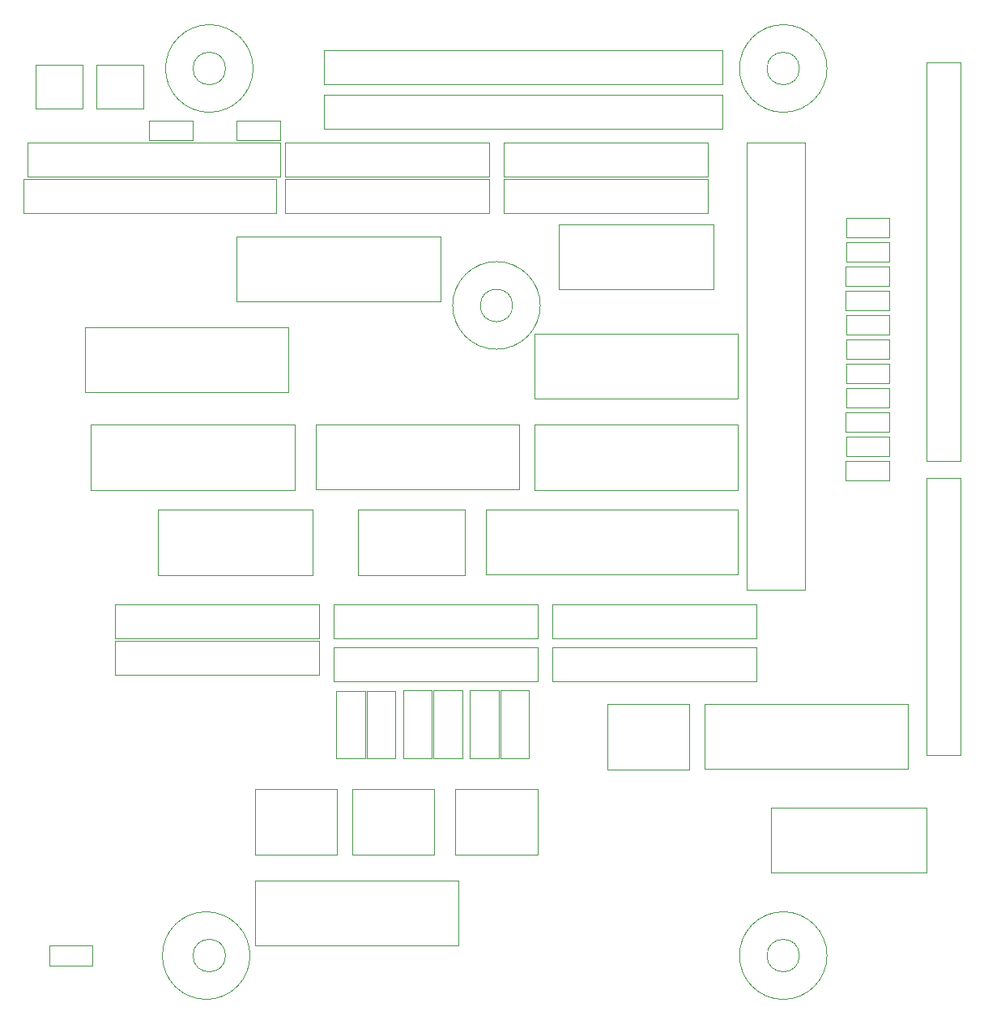
<source format=gbr>
%TF.GenerationSoftware,KiCad,Pcbnew,(6.0.7-1)-1*%
%TF.CreationDate,2023-10-29T12:10:03+10:00*%
%TF.ProjectId,Right Console Input,52696768-7420-4436-9f6e-736f6c652049,rev?*%
%TF.SameCoordinates,Original*%
%TF.FileFunction,Other,User*%
%FSLAX46Y46*%
G04 Gerber Fmt 4.6, Leading zero omitted, Abs format (unit mm)*
G04 Created by KiCad (PCBNEW (6.0.7-1)-1) date 2023-10-29 12:10:03*
%MOMM*%
%LPD*%
G01*
G04 APERTURE LIST*
%ADD10C,0.050000*%
G04 APERTURE END LIST*
D10*
X200598100Y-132385000D02*
G75*
G03*
X200598100Y-132385000I-4579050J0D01*
G01*
X140599050Y-39675000D02*
G75*
G03*
X140599050Y-39675000I-4579050J0D01*
G01*
X200599050Y-39675000D02*
G75*
G03*
X200599050Y-39675000I-4579050J0D01*
G01*
X140273100Y-132385000D02*
G75*
G03*
X140273100Y-132385000I-4579050J0D01*
G01*
X170619050Y-64440000D02*
G75*
G03*
X170619050Y-64440000I-4579050J0D01*
G01*
%TO.C,J33*%
X198320000Y-94180000D02*
X192220000Y-94180000D01*
X198320000Y-47430000D02*
X198320000Y-94180000D01*
X192220000Y-47430000D02*
X198320000Y-47430000D01*
X192220000Y-94180000D02*
X192220000Y-47430000D01*
%TO.C,J7*%
X126140000Y-95710000D02*
X147490000Y-95710000D01*
X147490000Y-95710000D02*
X147490000Y-99260000D01*
X147490000Y-99260000D02*
X126140000Y-99260000D01*
X126140000Y-99260000D02*
X126140000Y-95710000D01*
%TO.C,J14*%
X149000000Y-99260000D02*
X149000000Y-95710000D01*
X170350000Y-99260000D02*
X149000000Y-99260000D01*
X149000000Y-95710000D02*
X170350000Y-95710000D01*
X170350000Y-95710000D02*
X170350000Y-99260000D01*
%TO.C,J28*%
X193210000Y-99260000D02*
X171860000Y-99260000D01*
X171860000Y-99260000D02*
X171860000Y-95710000D01*
X193210000Y-95710000D02*
X193210000Y-99260000D01*
X171860000Y-95710000D02*
X193210000Y-95710000D01*
%TO.C,J2*%
X116996000Y-47450000D02*
X143396000Y-47450000D01*
X116996000Y-51000000D02*
X116996000Y-47450000D01*
X143396000Y-51000000D02*
X116996000Y-51000000D01*
X143396000Y-47450000D02*
X143396000Y-51000000D01*
%TO.C,J11*%
X143920000Y-51000000D02*
X143920000Y-47450000D01*
X165270000Y-51000000D02*
X143920000Y-51000000D01*
X143920000Y-47450000D02*
X165270000Y-47450000D01*
X165270000Y-47450000D02*
X165270000Y-51000000D01*
%TO.C,J21*%
X188130000Y-47450000D02*
X188130000Y-51000000D01*
X166780000Y-47450000D02*
X188130000Y-47450000D01*
X188130000Y-51000000D02*
X166780000Y-51000000D01*
X166780000Y-51000000D02*
X166780000Y-47450000D01*
%TO.C,J10*%
X160190000Y-57210000D02*
X138870000Y-57210000D01*
X160190000Y-64010000D02*
X160190000Y-57210000D01*
X138870000Y-64010000D02*
X160190000Y-64010000D01*
X138870000Y-57210000D02*
X138870000Y-64010000D01*
%TO.C,R13*%
X202582000Y-70062000D02*
X207122000Y-70062000D01*
X207122000Y-67962000D02*
X202582000Y-67962000D01*
X202582000Y-67962000D02*
X202582000Y-70062000D01*
X207122000Y-70062000D02*
X207122000Y-67962000D01*
%TO.C,R1*%
X134274000Y-45102000D02*
X129734000Y-45102000D01*
X134274000Y-47202000D02*
X134274000Y-45102000D01*
X129734000Y-47202000D02*
X134274000Y-47202000D01*
X129734000Y-45102000D02*
X129734000Y-47202000D01*
%TO.C,J24*%
X169985000Y-74170000D02*
X191305000Y-74170000D01*
X191305000Y-67370000D02*
X169985000Y-67370000D01*
X191305000Y-74170000D02*
X191305000Y-67370000D01*
X169985000Y-67370000D02*
X169985000Y-74170000D01*
%TO.C,C4*%
X149300000Y-111805000D02*
X152300000Y-111805000D01*
X152300000Y-111805000D02*
X152300000Y-104705000D01*
X149300000Y-104705000D02*
X149300000Y-111805000D01*
X152300000Y-104705000D02*
X149300000Y-104705000D01*
%TO.C,R14*%
X202582000Y-65422000D02*
X202582000Y-67522000D01*
X207122000Y-67522000D02*
X207122000Y-65422000D01*
X202582000Y-67522000D02*
X207122000Y-67522000D01*
X207122000Y-65422000D02*
X202582000Y-65422000D01*
%TO.C,J26*%
X191305000Y-85785000D02*
X164905000Y-85785000D01*
X164905000Y-92585000D02*
X191305000Y-92585000D01*
X164905000Y-85785000D02*
X164905000Y-92585000D01*
X191305000Y-92585000D02*
X191305000Y-85785000D01*
%TO.C,R2*%
X123815000Y-131335000D02*
X119275000Y-131335000D01*
X119275000Y-131335000D02*
X119275000Y-133435000D01*
X123815000Y-133435000D02*
X123815000Y-131335000D01*
X119275000Y-133435000D02*
X123815000Y-133435000D01*
%TO.C,J9*%
X147984000Y-42398000D02*
X147984000Y-45998000D01*
X189684000Y-45998000D02*
X189684000Y-42398000D01*
X189684000Y-42398000D02*
X147984000Y-42398000D01*
X147984000Y-45998000D02*
X189684000Y-45998000D01*
%TO.C,J13*%
X147125000Y-83695000D02*
X168445000Y-83695000D01*
X168445000Y-83695000D02*
X168445000Y-76895000D01*
X147125000Y-76895000D02*
X147125000Y-83695000D01*
X168445000Y-76895000D02*
X147125000Y-76895000D01*
%TO.C,J29*%
X193210000Y-103705000D02*
X171860000Y-103705000D01*
X171860000Y-100155000D02*
X193210000Y-100155000D01*
X193210000Y-100155000D02*
X193210000Y-103705000D01*
X171860000Y-103705000D02*
X171860000Y-100155000D01*
%TO.C,J34*%
X194750000Y-123720000D02*
X210990000Y-123720000D01*
X210990000Y-116920000D02*
X194750000Y-116920000D01*
X194750000Y-116920000D02*
X194750000Y-123720000D01*
X210990000Y-123720000D02*
X210990000Y-116920000D01*
%TO.C,J31*%
X210976000Y-39018000D02*
X210976000Y-80718000D01*
X214576000Y-80718000D02*
X214576000Y-39018000D01*
X210976000Y-80718000D02*
X214576000Y-80718000D01*
X214576000Y-39018000D02*
X210976000Y-39018000D01*
%TO.C,H4*%
X197720000Y-132385000D02*
G75*
G03*
X197720000Y-132385000I-1700000J0D01*
G01*
%TO.C,J22*%
X188765000Y-55940000D02*
X172525000Y-55940000D01*
X172525000Y-62740000D02*
X188765000Y-62740000D01*
X172525000Y-55940000D02*
X172525000Y-62740000D01*
X188765000Y-62740000D02*
X188765000Y-55940000D01*
%TO.C,C2*%
X163270000Y-111765000D02*
X166270000Y-111765000D01*
X166270000Y-111765000D02*
X166270000Y-104665000D01*
X166270000Y-104665000D02*
X163270000Y-104665000D01*
X163270000Y-104665000D02*
X163270000Y-111765000D01*
%TO.C,C3*%
X162460000Y-111765000D02*
X162460000Y-104665000D01*
X159460000Y-111765000D02*
X162460000Y-111765000D01*
X162460000Y-104665000D02*
X159460000Y-104665000D01*
X159460000Y-104665000D02*
X159460000Y-111765000D01*
%TO.C,R5*%
X202532000Y-62442000D02*
X207072000Y-62442000D01*
X207072000Y-62442000D02*
X207072000Y-60342000D01*
X207072000Y-60342000D02*
X202532000Y-60342000D01*
X202532000Y-60342000D02*
X202532000Y-62442000D01*
%TO.C,J5*%
X147490000Y-99520000D02*
X147490000Y-103070000D01*
X147490000Y-103070000D02*
X126140000Y-103070000D01*
X126140000Y-99520000D02*
X147490000Y-99520000D01*
X126140000Y-103070000D02*
X126140000Y-99520000D01*
%TO.C,R6*%
X202582000Y-55262000D02*
X202582000Y-57362000D01*
X202582000Y-57362000D02*
X207122000Y-57362000D01*
X207122000Y-57362000D02*
X207122000Y-55262000D01*
X207122000Y-55262000D02*
X202582000Y-55262000D01*
%TO.C,R12*%
X202532000Y-80662000D02*
X202532000Y-82762000D01*
X207072000Y-82762000D02*
X207072000Y-80662000D01*
X207072000Y-80662000D02*
X202532000Y-80662000D01*
X202532000Y-82762000D02*
X207072000Y-82762000D01*
%TO.C,J18*%
X159555000Y-121815000D02*
X159555000Y-115015000D01*
X150935000Y-115015000D02*
X150935000Y-121815000D01*
X159555000Y-115015000D02*
X150935000Y-115015000D01*
X150935000Y-121815000D02*
X159555000Y-121815000D01*
%TO.C,J6*%
X146855000Y-85805000D02*
X130615000Y-85805000D01*
X130615000Y-85805000D02*
X130615000Y-92605000D01*
X130615000Y-92605000D02*
X146855000Y-92605000D01*
X146855000Y-92605000D02*
X146855000Y-85805000D01*
%TO.C,J16*%
X151570000Y-85805000D02*
X151570000Y-92605000D01*
X162730000Y-85805000D02*
X151570000Y-85805000D01*
X162730000Y-92605000D02*
X162730000Y-85805000D01*
X151570000Y-92605000D02*
X162730000Y-92605000D01*
%TO.C,C1*%
X155475000Y-111805000D02*
X155475000Y-104705000D01*
X155475000Y-104705000D02*
X152475000Y-104705000D01*
X152475000Y-104705000D02*
X152475000Y-111805000D01*
X152475000Y-111805000D02*
X155475000Y-111805000D01*
%TO.C,R4*%
X207122000Y-57802000D02*
X202582000Y-57802000D01*
X202582000Y-59902000D02*
X207122000Y-59902000D01*
X207122000Y-59902000D02*
X207122000Y-57802000D01*
X202582000Y-57802000D02*
X202582000Y-59902000D01*
%TO.C,J4*%
X144315000Y-66735000D02*
X122995000Y-66735000D01*
X122995000Y-66735000D02*
X122995000Y-73535000D01*
X122995000Y-73535000D02*
X144315000Y-73535000D01*
X144315000Y-73535000D02*
X144315000Y-66735000D01*
%TO.C,H3*%
X197720000Y-39675000D02*
G75*
G03*
X197720000Y-39675000I-1700000J0D01*
G01*
%TO.C,J23*%
X166780000Y-51260000D02*
X188130000Y-51260000D01*
X188130000Y-51260000D02*
X188130000Y-54810000D01*
X166780000Y-54810000D02*
X166780000Y-51260000D01*
X188130000Y-54810000D02*
X166780000Y-54810000D01*
%TO.C,J17*%
X162095000Y-124520000D02*
X140775000Y-124520000D01*
X140775000Y-124520000D02*
X140775000Y-131320000D01*
X162095000Y-131320000D02*
X162095000Y-124520000D01*
X140775000Y-131320000D02*
X162095000Y-131320000D01*
%TO.C,C6*%
X166445000Y-104665000D02*
X166445000Y-111765000D01*
X169445000Y-104665000D02*
X166445000Y-104665000D01*
X166445000Y-111765000D02*
X169445000Y-111765000D01*
X169445000Y-111765000D02*
X169445000Y-104665000D01*
%TO.C,R10*%
X202532000Y-64982000D02*
X207072000Y-64982000D01*
X202532000Y-62882000D02*
X202532000Y-64982000D01*
X207072000Y-64982000D02*
X207072000Y-62882000D01*
X207072000Y-62882000D02*
X202532000Y-62882000D01*
%TO.C,J8*%
X165270000Y-51260000D02*
X165270000Y-54810000D01*
X143920000Y-54810000D02*
X143920000Y-51260000D01*
X143920000Y-51260000D02*
X165270000Y-51260000D01*
X165270000Y-54810000D02*
X143920000Y-54810000D01*
%TO.C,J15*%
X170350000Y-100155000D02*
X170350000Y-103705000D01*
X149000000Y-103705000D02*
X149000000Y-100155000D01*
X149000000Y-100155000D02*
X170350000Y-100155000D01*
X170350000Y-103705000D02*
X149000000Y-103705000D01*
%TO.C,J27*%
X209085000Y-106105000D02*
X187765000Y-106105000D01*
X187765000Y-112905000D02*
X209085000Y-112905000D01*
X187765000Y-106105000D02*
X187765000Y-112905000D01*
X209085000Y-112905000D02*
X209085000Y-106105000D01*
%TO.C,J3*%
X144950000Y-83715000D02*
X144950000Y-76915000D01*
X144950000Y-76915000D02*
X123630000Y-76915000D01*
X123630000Y-76915000D02*
X123630000Y-83715000D01*
X123630000Y-83715000D02*
X144950000Y-83715000D01*
%TO.C,J19*%
X140775000Y-121815000D02*
X149395000Y-121815000D01*
X149395000Y-121815000D02*
X149395000Y-115015000D01*
X140775000Y-115015000D02*
X140775000Y-121815000D01*
X149395000Y-115015000D02*
X140775000Y-115015000D01*
%TO.C,R9*%
X207122000Y-73042000D02*
X202582000Y-73042000D01*
X207122000Y-75142000D02*
X207122000Y-73042000D01*
X202582000Y-75142000D02*
X207122000Y-75142000D01*
X202582000Y-73042000D02*
X202582000Y-75142000D01*
%TO.C,R8*%
X202582000Y-70502000D02*
X202582000Y-72602000D01*
X207122000Y-70502000D02*
X202582000Y-70502000D01*
X202582000Y-72602000D02*
X207122000Y-72602000D01*
X207122000Y-72602000D02*
X207122000Y-70502000D01*
%TO.C,D2*%
X124245000Y-43830000D02*
X129095000Y-43830000D01*
X129095000Y-39330000D02*
X124245000Y-39330000D01*
X124245000Y-39330000D02*
X124245000Y-43830000D01*
X129095000Y-43830000D02*
X129095000Y-39330000D01*
%TO.C,R7*%
X207122000Y-80222000D02*
X207122000Y-78122000D01*
X202582000Y-78122000D02*
X202582000Y-80222000D01*
X207122000Y-78122000D02*
X202582000Y-78122000D01*
X202582000Y-80222000D02*
X207122000Y-80222000D01*
%TO.C,R3*%
X143418000Y-45102000D02*
X138878000Y-45102000D01*
X143418000Y-47202000D02*
X143418000Y-45102000D01*
X138878000Y-47202000D02*
X143418000Y-47202000D01*
X138878000Y-45102000D02*
X138878000Y-47202000D01*
%TO.C,J32*%
X214576000Y-82452000D02*
X210976000Y-82452000D01*
X210976000Y-82452000D02*
X210976000Y-111452000D01*
X214576000Y-111452000D02*
X214576000Y-82452000D01*
X210976000Y-111452000D02*
X214576000Y-111452000D01*
%TO.C,MH1*%
X167740000Y-64440000D02*
G75*
G03*
X167740000Y-64440000I-1700000J0D01*
G01*
%TO.C,J1*%
X143015000Y-51260000D02*
X143015000Y-54810000D01*
X116615000Y-54810000D02*
X116615000Y-51260000D01*
X143015000Y-54810000D02*
X116615000Y-54810000D01*
X116615000Y-51260000D02*
X143015000Y-51260000D01*
%TO.C,H2*%
X137720000Y-132385000D02*
G75*
G03*
X137720000Y-132385000I-1700000J0D01*
G01*
%TO.C,J25*%
X191305000Y-83715000D02*
X191305000Y-76915000D01*
X169985000Y-83715000D02*
X191305000Y-83715000D01*
X191305000Y-76915000D02*
X169985000Y-76915000D01*
X169985000Y-76915000D02*
X169985000Y-83715000D01*
%TO.C,J30*%
X177605000Y-106125000D02*
X177605000Y-112925000D01*
X186225000Y-112925000D02*
X186225000Y-106125000D01*
X177605000Y-112925000D02*
X186225000Y-112925000D01*
X186225000Y-106125000D02*
X177605000Y-106125000D01*
%TO.C,C5*%
X156285000Y-111765000D02*
X159285000Y-111765000D01*
X159285000Y-111765000D02*
X159285000Y-104665000D01*
X159285000Y-104665000D02*
X156285000Y-104665000D01*
X156285000Y-104665000D02*
X156285000Y-111765000D01*
%TO.C,J12*%
X189684000Y-41348000D02*
X189684000Y-37748000D01*
X147984000Y-37748000D02*
X147984000Y-41348000D01*
X147984000Y-41348000D02*
X189684000Y-41348000D01*
X189684000Y-37748000D02*
X147984000Y-37748000D01*
%TO.C,D1*%
X117895000Y-43830000D02*
X122745000Y-43830000D01*
X122745000Y-39330000D02*
X117895000Y-39330000D01*
X117895000Y-39330000D02*
X117895000Y-43830000D01*
X122745000Y-43830000D02*
X122745000Y-39330000D01*
%TO.C,J20*%
X170350000Y-115015000D02*
X161730000Y-115015000D01*
X161730000Y-115015000D02*
X161730000Y-121815000D01*
X161730000Y-121815000D02*
X170350000Y-121815000D01*
X170350000Y-121815000D02*
X170350000Y-115015000D01*
%TO.C,H1*%
X137720000Y-39675000D02*
G75*
G03*
X137720000Y-39675000I-1700000J0D01*
G01*
%TO.C,R11*%
X202532000Y-77682000D02*
X207072000Y-77682000D01*
X202532000Y-75582000D02*
X202532000Y-77682000D01*
X207072000Y-75582000D02*
X202532000Y-75582000D01*
X207072000Y-77682000D02*
X207072000Y-75582000D01*
%TD*%
M02*

</source>
